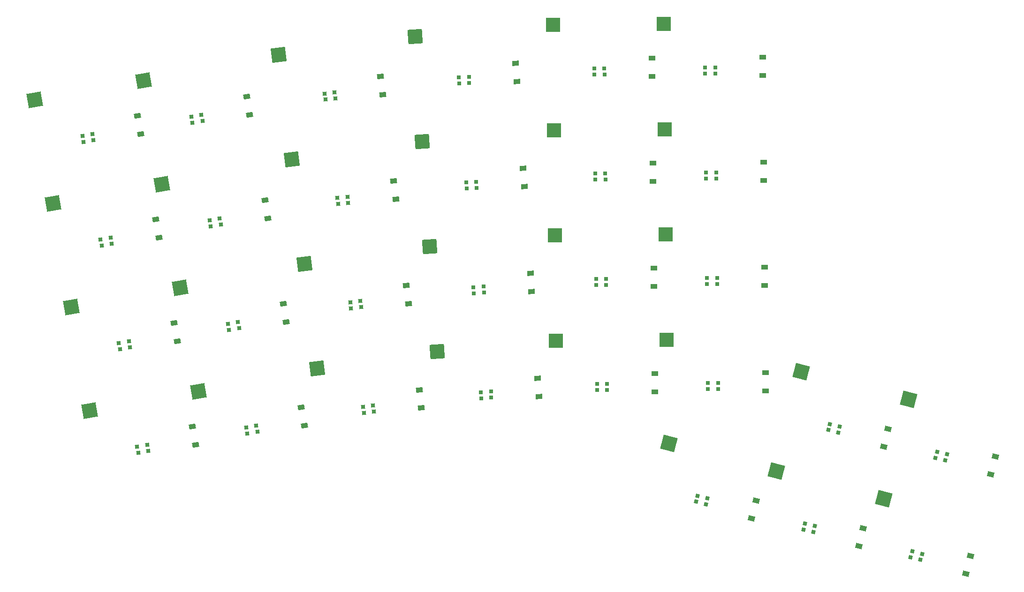
<source format=gbr>
%TF.GenerationSoftware,KiCad,Pcbnew,7.0.10-7.0.10~ubuntu22.04.1*%
%TF.CreationDate,2024-03-04T12:43:43-07:00*%
%TF.ProjectId,boardPcb,626f6172-6450-4636-922e-6b696361645f,v1.0.0*%
%TF.SameCoordinates,Original*%
%TF.FileFunction,Paste,Top*%
%TF.FilePolarity,Positive*%
%FSLAX46Y46*%
G04 Gerber Fmt 4.6, Leading zero omitted, Abs format (unit mm)*
G04 Created by KiCad (PCBNEW 7.0.10-7.0.10~ubuntu22.04.1) date 2024-03-04 12:43:43*
%MOMM*%
%LPD*%
G01*
G04 APERTURE LIST*
G04 Aperture macros list*
%AMRotRect*
0 Rectangle, with rotation*
0 The origin of the aperture is its center*
0 $1 length*
0 $2 width*
0 $3 Rotation angle, in degrees counterclockwise*
0 Add horizontal line*
21,1,$1,$2,0,0,$3*%
G04 Aperture macros list end*
%ADD10RotRect,0.900000X1.200000X100.000000*%
%ADD11RotRect,0.700000X0.700000X345.500000*%
%ADD12RotRect,0.900000X1.200000X90.500000*%
%ADD13RotRect,2.600000X2.600000X10.000000*%
%ADD14RotRect,2.600000X2.600000X7.000000*%
%ADD15RotRect,0.700000X0.700000X10.000000*%
%ADD16RotRect,2.600000X2.600000X4.000000*%
%ADD17RotRect,0.900000X1.200000X94.000000*%
%ADD18RotRect,0.700000X0.700000X7.000000*%
%ADD19RotRect,0.700000X0.700000X0.500000*%
%ADD20RotRect,0.900000X1.200000X75.500000*%
%ADD21RotRect,0.700000X0.700000X4.000000*%
%ADD22RotRect,2.600000X2.600000X0.500000*%
%ADD23RotRect,2.600000X2.600000X345.500000*%
%ADD24RotRect,0.900000X1.200000X97.000000*%
G04 APERTURE END LIST*
D10*
%TO.C,D7*%
X156471072Y-141630773D03*
X155898034Y-138380907D03*
%TD*%
D11*
%TO.C,REF\u002A\u002A*%
X254882209Y-198281444D03*
X255157627Y-197216482D03*
X253385917Y-196758286D03*
X253110499Y-197823248D03*
%TD*%
D12*
%TO.C,D23*%
X245950122Y-134781480D03*
X245921324Y-131481606D03*
%TD*%
D13*
%TO.C,S7*%
X137333822Y-135460177D03*
%TD*%
D14*
%TO.C,S9*%
X165363888Y-168712529D03*
%TD*%
D13*
%TO.C,S2*%
X120936982Y-157644488D03*
%TD*%
D15*
%TO.C,REF\u002A\u002A*%
X131550200Y-164911930D03*
X131359187Y-163828642D03*
X129556988Y-164146418D03*
X129748001Y-165229706D03*
%TD*%
D16*
%TO.C,S14*%
X185658837Y-146715819D03*
%TD*%
D14*
%TO.C,S11*%
X160732853Y-130995775D03*
%TD*%
D17*
%TO.C,D15*%
X202720875Y-135899283D03*
X202490679Y-132607321D03*
%TD*%
D18*
%TO.C,REF\u002A\u002A*%
X170951176Y-138808711D03*
X170817120Y-137716910D03*
X169000760Y-137939931D03*
X169134816Y-139031732D03*
%TD*%
D15*
%TO.C,REF\u002A\u002A*%
X154545670Y-180150314D03*
X154354657Y-179067026D03*
X152552458Y-179384802D03*
X152743471Y-180468090D03*
%TD*%
D19*
%TO.C,REF\u002A\u002A*%
X217196916Y-115631667D03*
X217187317Y-114531709D03*
X215357386Y-114547679D03*
X215366985Y-115647637D03*
%TD*%
D17*
%TO.C,D16*%
X201395502Y-116945566D03*
X201165306Y-113653604D03*
%TD*%
D12*
%TO.C,D17*%
X226282492Y-172954564D03*
X226253694Y-169654690D03*
%TD*%
D10*
%TO.C,D5*%
X163069703Y-179053468D03*
X162496665Y-175803602D03*
%TD*%
D14*
%TO.C,S10*%
X163048370Y-149854152D03*
%TD*%
D19*
%TO.C,REF\u002A\u002A*%
X217528524Y-153630220D03*
X217518925Y-152530262D03*
X215688994Y-152546232D03*
X215698593Y-153646190D03*
%TD*%
D20*
%TO.C,D29*%
X286947432Y-187868380D03*
X287773686Y-184673492D03*
%TD*%
D15*
%TO.C,REF\u002A\u002A*%
X124951569Y-127489236D03*
X124760556Y-126405948D03*
X122958357Y-126723724D03*
X123149370Y-127807012D03*
%TD*%
D21*
%TO.C,REF\u002A\u002A*%
X192803512Y-117145399D03*
X192726780Y-116048079D03*
X190901238Y-116175733D03*
X190977970Y-117273053D03*
%TD*%
D22*
%TO.C,S17*%
X208426139Y-163710036D03*
%TD*%
%TO.C,S20*%
X207928727Y-106712207D03*
%TD*%
D10*
%TO.C,D6*%
X159770388Y-160342121D03*
X159197350Y-157092255D03*
%TD*%
D11*
%TO.C,REF\u002A\u002A*%
X259373083Y-180324008D03*
X259648501Y-179259046D03*
X257876791Y-178800850D03*
X257601373Y-179865812D03*
%TD*%
D15*
%TO.C,REF\u002A\u002A*%
X128250884Y-146200583D03*
X128059871Y-145117295D03*
X126257672Y-145435071D03*
X126448685Y-146518359D03*
%TD*%
D19*
%TO.C,REF\u002A\u002A*%
X217362720Y-134630943D03*
X217353121Y-133530985D03*
X215523190Y-133546955D03*
X215532789Y-134646913D03*
%TD*%
D23*
%TO.C,S29*%
X272092179Y-174317287D03*
%TD*%
D15*
%TO.C,REF\u002A\u002A*%
X151246355Y-161438967D03*
X151055342Y-160355679D03*
X149253143Y-160673455D03*
X149444156Y-161756743D03*
%TD*%
%TO.C,REF\u002A\u002A*%
X144647724Y-124016272D03*
X144456711Y-122932984D03*
X142654512Y-123250760D03*
X142845525Y-124334048D03*
%TD*%
D23*
%TO.C,S25*%
X228875399Y-182259523D03*
%TD*%
D16*
%TO.C,S13*%
X186984210Y-165669536D03*
%TD*%
D11*
%TO.C,REF\u002A\u002A*%
X235519256Y-193273844D03*
X235794674Y-192208882D03*
X234022964Y-191750686D03*
X233747546Y-192815648D03*
%TD*%
D10*
%TO.C,D1*%
X143373548Y-182526431D03*
X142800510Y-179276565D03*
%TD*%
D12*
%TO.C,D18*%
X226116688Y-153955287D03*
X226087890Y-150655413D03*
%TD*%
D13*
%TO.C,S4*%
X114338352Y-120221793D03*
%TD*%
D24*
%TO.C,D10*%
X181836449Y-157017858D03*
X181434281Y-153742456D03*
%TD*%
D22*
%TO.C,S18*%
X208260335Y-144710760D03*
%TD*%
D10*
%TO.C,D2*%
X140074233Y-163815084D03*
X139501195Y-160565218D03*
%TD*%
D15*
%TO.C,REF\u002A\u002A*%
X134849515Y-183623278D03*
X134658502Y-182539990D03*
X132856303Y-182857766D03*
X133047316Y-183941054D03*
%TD*%
D24*
%TO.C,D9*%
X184151967Y-175876235D03*
X183749799Y-172600833D03*
%TD*%
D20*
%TO.C,D26*%
X263093605Y-200818215D03*
X263919859Y-197623327D03*
%TD*%
D19*
%TO.C,REF\u002A\u002A*%
X237693567Y-172454965D03*
X237683968Y-171355007D03*
X235854037Y-171370977D03*
X235863636Y-172470935D03*
%TD*%
D23*
%TO.C,S27*%
X267601305Y-192274723D03*
%TD*%
D10*
%TO.C,D4*%
X133475602Y-126392390D03*
X132902564Y-123142524D03*
%TD*%
D13*
%TO.C,S3*%
X117637667Y-138933141D03*
%TD*%
D21*
%TO.C,REF\u002A\u002A*%
X194128885Y-136099116D03*
X194052153Y-135001796D03*
X192226611Y-135129450D03*
X192303343Y-136226770D03*
%TD*%
D15*
%TO.C,REF\u002A\u002A*%
X147947039Y-142727619D03*
X147756026Y-141644331D03*
X145953827Y-141962107D03*
X146144840Y-143045395D03*
%TD*%
D22*
%TO.C,S21*%
X228425378Y-163535505D03*
%TD*%
D18*
%TO.C,REF\u002A\u002A*%
X173266693Y-157667088D03*
X173132637Y-156575287D03*
X171316277Y-156798308D03*
X171450333Y-157890109D03*
%TD*%
D12*
%TO.C,D21*%
X246281730Y-172780033D03*
X246252932Y-169480159D03*
%TD*%
%TO.C,D20*%
X225785079Y-115956734D03*
X225756281Y-112656860D03*
%TD*%
D24*
%TO.C,D12*%
X177205414Y-119301104D03*
X176803246Y-116025702D03*
%TD*%
D18*
%TO.C,REF\u002A\u002A*%
X175582211Y-176525465D03*
X175448155Y-175433664D03*
X173631795Y-175656685D03*
X173765851Y-176748486D03*
%TD*%
D10*
%TO.C,D8*%
X153171757Y-122919426D03*
X152598719Y-119669560D03*
%TD*%
D22*
%TO.C,S23*%
X228093769Y-125536952D03*
%TD*%
D19*
%TO.C,REF\u002A\u002A*%
X237361958Y-134456412D03*
X237352359Y-133356454D03*
X235522428Y-133372424D03*
X235532027Y-134472382D03*
%TD*%
D18*
%TO.C,REF\u002A\u002A*%
X168635658Y-119950334D03*
X168501602Y-118858533D03*
X166685242Y-119081554D03*
X166819298Y-120173355D03*
%TD*%
D19*
%TO.C,REF\u002A\u002A*%
X217694328Y-172629496D03*
X217684729Y-171529538D03*
X215854798Y-171545508D03*
X215864397Y-172645466D03*
%TD*%
D16*
%TO.C,S16*%
X183008091Y-108808385D03*
%TD*%
D12*
%TO.C,D19*%
X225950883Y-134956011D03*
X225922085Y-131656137D03*
%TD*%
D22*
%TO.C,S19*%
X208094531Y-125711483D03*
%TD*%
D12*
%TO.C,D24*%
X245784318Y-115782203D03*
X245755520Y-112482329D03*
%TD*%
%TO.C,D22*%
X246115926Y-153780756D03*
X246087128Y-150480882D03*
%TD*%
D19*
%TO.C,REF\u002A\u002A*%
X237527762Y-153455689D03*
X237518163Y-152355731D03*
X235688232Y-152371701D03*
X235697831Y-153471659D03*
%TD*%
D14*
%TO.C,S12*%
X158417335Y-112137398D03*
%TD*%
D17*
%TO.C,D14*%
X204046248Y-154853000D03*
X203816052Y-151561038D03*
%TD*%
%TO.C,D13*%
X205371621Y-173806717D03*
X205141425Y-170514755D03*
%TD*%
D24*
%TO.C,D11*%
X179520932Y-138159481D03*
X179118764Y-134884079D03*
%TD*%
D13*
%TO.C,S6*%
X140633137Y-154171524D03*
%TD*%
D20*
%TO.C,D25*%
X243730652Y-195810615D03*
X244556906Y-192615727D03*
%TD*%
D11*
%TO.C,REF\u002A\u002A*%
X274245162Y-203289044D03*
X274520580Y-202224082D03*
X272748870Y-201765886D03*
X272473452Y-202830848D03*
%TD*%
D22*
%TO.C,S22*%
X228259574Y-144536229D03*
%TD*%
D13*
%TO.C,S5*%
X143932453Y-172882872D03*
%TD*%
D11*
%TO.C,REF\u002A\u002A*%
X278736036Y-185331608D03*
X279011454Y-184266646D03*
X277239744Y-183808450D03*
X276964326Y-184873412D03*
%TD*%
D20*
%TO.C,D27*%
X282456558Y-205825815D03*
X283282812Y-202630927D03*
%TD*%
D21*
%TO.C,REF\u002A\u002A*%
X196779631Y-174006550D03*
X196702899Y-172909230D03*
X194877357Y-173036884D03*
X194954089Y-174134204D03*
%TD*%
%TO.C,REF\u002A\u002A*%
X195454258Y-155052833D03*
X195377526Y-153955513D03*
X193551984Y-154083167D03*
X193628716Y-155180487D03*
%TD*%
D22*
%TO.C,S24*%
X227927965Y-106537676D03*
%TD*%
D19*
%TO.C,REF\u002A\u002A*%
X237196154Y-115457136D03*
X237186555Y-114357178D03*
X235356624Y-114373148D03*
X235366223Y-115473106D03*
%TD*%
D13*
%TO.C,S1*%
X124236298Y-176355835D03*
%TD*%
D23*
%TO.C,S26*%
X248238352Y-187267123D03*
%TD*%
D10*
%TO.C,D3*%
X136774917Y-145103737D03*
X136201879Y-141853871D03*
%TD*%
D16*
%TO.C,S15*%
X184333464Y-127762102D03*
%TD*%
D13*
%TO.C,S8*%
X134034507Y-116748830D03*
%TD*%
D20*
%TO.C,D28*%
X267584479Y-182860780D03*
X268410733Y-179665892D03*
%TD*%
D23*
%TO.C,S28*%
X252729226Y-169309687D03*
%TD*%
M02*

</source>
